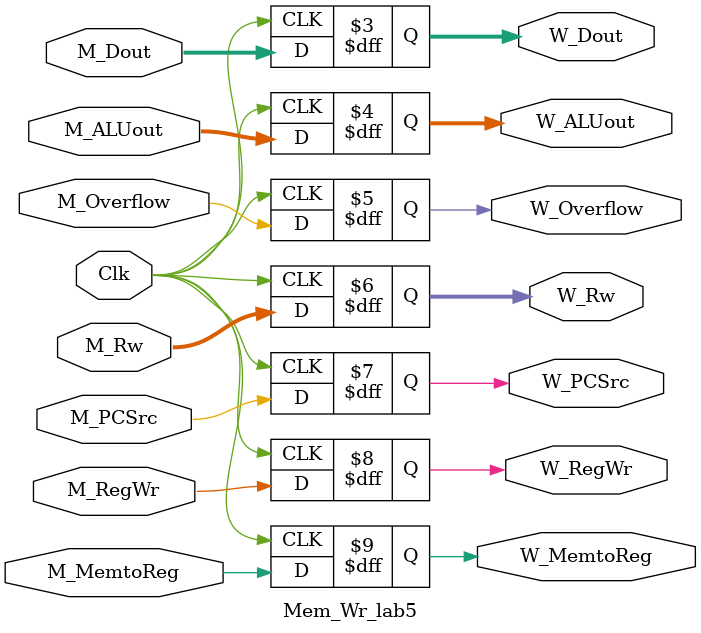
<source format=v>
`timescale 1ns / 1ps
module Mem_Wr_lab5(
			input Clk,
			input [31:0] M_Dout,
			input [31:0] M_ALUout,
			input M_Overflow,
			input [4:0] M_Rw,
			input M_PCSrc,
			output reg [31:0] W_Dout,
			output reg [31:0] W_ALUout,
			output reg W_Overflow,
			output reg [4:0] W_Rw,
			output reg W_PCSrc,

			input M_RegWr,
	 		input M_MemtoReg,
	 		output reg W_RegWr,
	 		output reg W_MemtoReg
    );
	 
	 always @ (negedge Clk)
	   begin
		  W_Dout  <= M_Dout;
		  W_ALUout   <= M_ALUout;
		  W_Overflow <= M_Overflow;
		  W_Rw  <=  M_Rw;
		  W_RegWr <= M_RegWr;
		  W_MemtoReg <= M_MemtoReg;
		  W_PCSrc <= M_PCSrc;
	   end
	 
	 initial begin							//
	   W_Dout = 32'h0; W_ALUout = 32'h0; W_Overflow = 0; W_Rw = 0;
	   W_RegWr = 0; W_MemtoReg = 0; W_PCSrc = 0;
	 end
	 
endmodule

</source>
